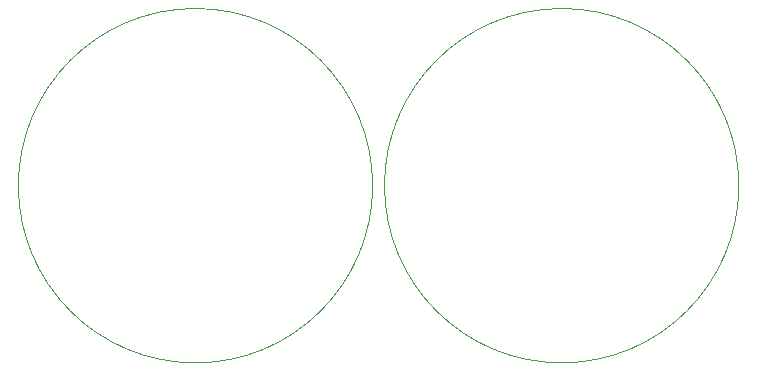
<source format=gm1>
G04 #@! TF.GenerationSoftware,KiCad,Pcbnew,5.1.4*
G04 #@! TF.CreationDate,2019-09-18T22:14:05+02:00*
G04 #@! TF.ProjectId,crf_bokmassabot,6372665f-626f-46b6-9d61-737361626f74,rev?*
G04 #@! TF.SameCoordinates,Original*
G04 #@! TF.FileFunction,Profile,NP*
%FSLAX46Y46*%
G04 Gerber Fmt 4.6, Leading zero omitted, Abs format (unit mm)*
G04 Created by KiCad (PCBNEW 5.1.4) date 2019-09-18 22:14:05*
%MOMM*%
%LPD*%
G04 APERTURE LIST*
%ADD10C,0.050000*%
G04 APERTURE END LIST*
D10*
X206000000Y-110000000D02*
G75*
G03X206000000Y-110000000I-15000000J0D01*
G01*
X175000000Y-110000000D02*
G75*
G03X175000000Y-110000000I-15000000J0D01*
G01*
M02*

</source>
